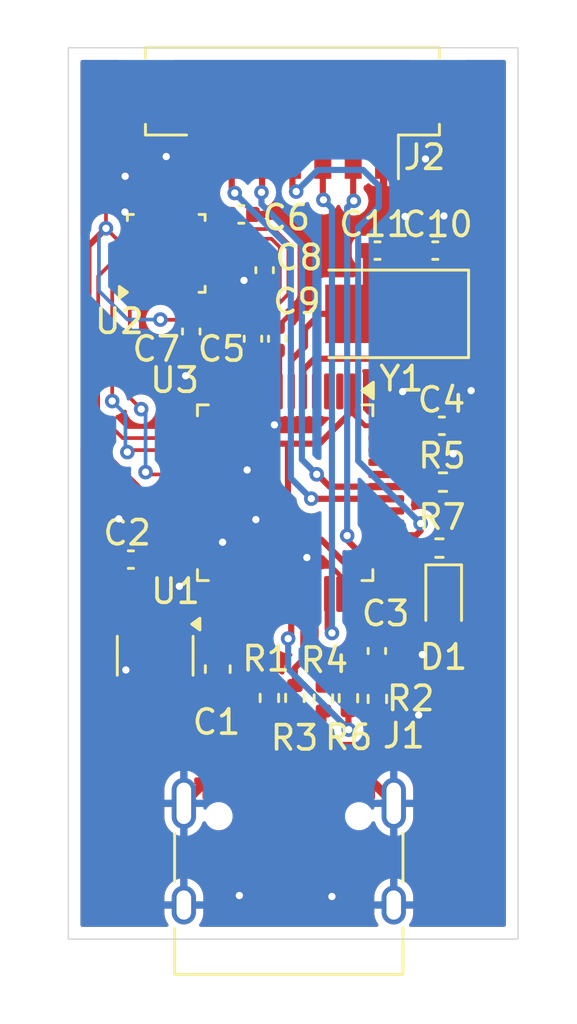
<source format=kicad_pcb>
(kicad_pcb (version 20240108) (generator "pcbnew") (generator_version "8.0")
  (layers (0 "F.Cu" signal) (31 "B.Cu" signal) (34 "B.Paste" user) (35 "F.Paste" user) (36 "B.SilkS" user "B.Silkscreen") (37 "F.SilkS" user "F.Silkscreen") (38 "B.Mask" user) (39 "F.Mask" user) (44 "Edge.Cuts" user))
  (net 0 "")
  (net 1 "+5V")
  (net 2 "GND")
  (net 3 "+3V3")
  (net 4 "Net-(U2-REGOUT)")
  (net 5 "/NRST")
  (net 6 "Net-(U3-PD0)")
  (net 7 "Net-(U3-PD1)")
  (net 8 "Net-(D1-K)")
  (net 10 "Net-(J1-D+-PadA6)")
  (net 12 "Net-(J1-CC1)")
  (net 13 "Net-(J1-D--PadA7)")
  (net 14 "Net-(J1-CC2)")
  (net 15 "/SWDIO")
  (net 16 "/USART1_RX")
  (net 17 "/SWCLK")
  (net 18 "/USART1_TX")
  (net 19 "/SWO")
  (net 20 "/USB_D-")
  (net 21 "/USB_D+")
  (net 22 "Net-(U3-BOOT0)")
  (net 23 "Net-(U3-PA10)")
  (net 24 "Net-(U3-PA15)")
  (net 25 "/MPU_9250_INT")
  (net 26 "/SPI1_MOSI")
  (net 27 "/SPI1_MISO")
  (net 29 "/SPI1_CLK")
  (net 31 "/MPU_9250_FSYNC")
  (net 32 "/SPI1_CS")
  (footprint "Capacitor_SMD:C_0402_1005Metric" (layer "F.Cu") (at 139.37 67.39 180)
    (property "Reference" "C6" (at -1.85 -0.13 180) (layer "F.SilkS"))
    (property "Value" "100nF")
    (pad "1" smd roundrect (at -0.48 0 180) (size 0.56 0.62) (layers "F.Cu" "F.Paste" "F.Mask") (net 2 "GND"))
    (pad "2" smd roundrect (at 0.48 0 180) (size 0.56 0.62) (layers "F.Cu" "F.Paste" "F.Mask") (net 3 "+3V3"))
  )
  (footprint "Crystal:Crystal_SMD_5032-2Pin_5.0x3.2mm" (layer "F.Cu") (at 145.675 71.475 180)
    (property "Reference" "Y1" (at -0.285 -2.665 180) (layer "F.SilkS"))
    (property "Value" "8MHz")
    (pad "1" smd rect (at -1.85 0 180) (size 2 2.4) (layers "F.Cu" "F.Paste" "F.Mask") (net 6 "Net-(U3-PD0)"))
    (pad "2" smd rect (at 1.85 0 180) (size 2 2.4) (layers "F.Cu" "F.Paste" "F.Mask") (net 7 "Net-(U3-PD1)"))
  )
  (footprint "Capacitor_SMD:C_0402_1005Metric" (layer "F.Cu") (at 134.825 81.575 180)
    (property "Reference" "C2" (at 0.155 1.105 180) (layer "F.SilkS"))
    (property "Value" "100nF")
    (pad "1" smd roundrect (at -0.48 0 180) (size 0.56 0.62) (layers "F.Cu" "F.Paste" "F.Mask") (net 3 "+3V3"))
    (pad "2" smd roundrect (at 0.48 0 180) (size 0.56 0.62) (layers "F.Cu" "F.Paste" "F.Mask") (net 2 "GND"))
  )
  (footprint "Sensor_Motion:InvenSense_QFN-24_3x3mm_P0.4mm" (layer "F.Cu") (at 136.28 68.99 90)
    (property "Reference" "U2" (at -2.79 -1.93 0) (layer "F.SilkS"))
    (property "Value" "MPU-9250")
    (pad "1" smd roundrect (at -1.5 -1 90) (size 0.55 0.2) (layers "F.Cu" "F.Paste" "F.Mask") (net 2 "GND"))
    (pad "2" smd roundrect (at -1.5 -0.6 90) (size 0.55 0.2) (layers "F.Cu" "F.Paste" "F.Mask"))
    (pad "3" smd roundrect (at -1.5 -0.2 90) (size 0.55 0.2) (layers "F.Cu" "F.Paste" "F.Mask"))
    (pad "4" smd roundrect (at -1.5 0.2 90) (size 0.55 0.2) (layers "F.Cu" "F.Paste" "F.Mask"))
    (pad "5" smd roundrect (at -1.5 0.6 90) (size 0.55 0.2) (layers "F.Cu" "F.Paste" "F.Mask"))
    (pad "6" smd roundrect (at -1.5 1 90) (size 0.55 0.2) (layers "F.Cu" "F.Paste" "F.Mask"))
    (pad "7" smd roundrect (at -1 1.5 180) (size 0.55 0.2) (layers "F.Cu" "F.Paste" "F.Mask"))
    (pad "8" smd roundrect (at -0.6 1.5 180) (size 0.55 0.2) (layers "F.Cu" "F.Paste" "F.Mask") (net 3 "+3V3"))
    (pad "9" smd roundrect (at -0.2 1.5 180) (size 0.55 0.2) (layers "F.Cu" "F.Paste" "F.Mask") (net 27 "/SPI1_MISO"))
    (pad "10" smd roundrect (at 0.2 1.5 180) (size 0.55 0.2) (layers "F.Cu" "F.Paste" "F.Mask") (net 4 "Net-(U2-REGOUT)"))
    (pad "11" smd roundrect (at 0.6 1.5 180) (size 0.55 0.2) (layers "F.Cu" "F.Paste" "F.Mask") (net 31 "/MPU_9250_FSYNC"))
    (pad "12" smd roundrect (at 1 1.5 180) (size 0.55 0.2) (layers "F.Cu" "F.Paste" "F.Mask") (net 25 "/MPU_9250_INT"))
    (pad "13" smd roundrect (at 1.5 1 90) (size 0.55 0.2) (layers "F.Cu" "F.Paste" "F.Mask") (net 3 "+3V3"))
    (pad "14" smd roundrect (at 1.5 0.6 90) (size 0.55 0.2) (layers "F.Cu" "F.Paste" "F.Mask"))
    (pad "15" smd roundrect (at 1.5 0.2 90) (size 0.55 0.2) (layers "F.Cu" "F.Paste" "F.Mask"))
    (pad "16" smd roundrect (at 1.5 -0.2 90) (size 0.55 0.2) (layers "F.Cu" "F.Paste" "F.Mask"))
    (pad "17" smd roundrect (at 1.5 -0.6 90) (size 0.55 0.2) (layers "F.Cu" "F.Paste" "F.Mask"))
    (pad "18" smd roundrect (at 1.5 -1 90) (size 0.55 0.2) (layers "F.Cu" "F.Paste" "F.Mask") (net 2 "GND"))
    (pad "19" smd roundrect (at 1 -1.5 180) (size 0.55 0.2) (layers "F.Cu" "F.Paste" "F.Mask"))
    (pad "20" smd roundrect (at 0.6 -1.5 180) (size 0.55 0.2) (layers "F.Cu" "F.Paste" "F.Mask") (net 3 "+3V3"))
    (pad "21" smd roundrect (at 0.2 -1.5 180) (size 0.55 0.2) (layers "F.Cu" "F.Paste" "F.Mask"))
    (pad "22" smd roundrect (at -0.2 -1.5 180) (size 0.55 0.2) (layers "F.Cu" "F.Paste" "F.Mask") (net 32 "/SPI1_CS"))
    (pad "23" smd roundrect (at -0.6 -1.5 180) (size 0.55 0.2) (layers "F.Cu" "F.Paste" "F.Mask") (net 29 "/SPI1_CLK"))
    (pad "24" smd roundrect (at -1 -1.5 180) (size 0.55 0.2) (layers "F.Cu" "F.Paste" "F.Mask") (net 26 "/SPI1_MOSI"))
    (zone (net 0) (net_name "") (layer "F.Cu") (connect_pads (clearance 0)) (min_thickness 0.254)
      (keepout (tracks not_allowed) (vias not_allowed) (pads not_allowed) (copperpour not_allowed) (footprints allowed))
      (fill (thermal_gap 0.508) (thermal_bridge_width 0.508))
      (polygon (pts (xy 135.485 69.865) (xy 135.485 68.115) (xy 137.075 68.115) (xy 137.075 69.865)))
    )
  )
  (footprint "Capacitor_SMD:C_0402_1005Metric" (layer "F.Cu") (at 144.975 68.875)
    (property "Reference" "C11" (at -0.125 -1.085 0) (layer "F.SilkS"))
    (property "Value" "22pF")
    (pad "1" smd roundrect (at -0.48 0) (size 0.56 0.62) (layers "F.Cu" "F.Paste" "F.Mask") (net 7 "Net-(U3-PD1)"))
    (pad "2" smd roundrect (at 0.48 0) (size 0.56 0.62) (layers "F.Cu" "F.Paste" "F.Mask") (net 2 "GND"))
  )
  (footprint "Resistor_SMD:R_0402_1005Metric" (layer "F.Cu") (at 141.575 87.26 90)
    (property "Reference" "R3" (at -1.64 -0.015 180) (layer "F.SilkS"))
    (property "Value" "22R")
    (pad "1" smd roundrect (at -0.51 0 90) (size 0.54 0.64) (layers "F.Cu" "F.Paste" "F.Mask") (net 13 "Net-(J1-D--PadA7)"))
    (pad "2" smd roundrect (at 0.51 0 90) (size 0.54 0.64) (layers "F.Cu" "F.Paste" "F.Mask") (net 20 "/USB_D-"))
  )
  (footprint "Capacitor_SMD:C_0402_1005Metric" (layer "F.Cu") (at 147.355 68.875 180)
    (property "Reference" "C10" (at -0.085 1.075 180) (layer "F.SilkS"))
    (property "Value" "22pF")
    (pad "1" smd roundrect (at -0.48 0 180) (size 0.56 0.62) (layers "F.Cu" "F.Paste" "F.Mask") (net 6 "Net-(U3-PD0)"))
    (pad "2" smd roundrect (at 0.48 0 180) (size 0.56 0.62) (layers "F.Cu" "F.Paste" "F.Mask") (net 2 "GND"))
  )
  (footprint "Capacitor_SMD:C_0402_1005Metric" (layer "F.Cu") (at 140.85 72.5 90)
    (property "Reference" "C9" (at 1.53 0.81 0) (layer "F.SilkS"))
    (property "Value" "100nF")
    (pad "1" smd roundrect (at -0.48 0 90) (size 0.56 0.62) (layers "F.Cu" "F.Paste" "F.Mask") (net 5 "/NRST"))
    (pad "2" smd roundrect (at 0.48 0 90) (size 0.56 0.62) (layers "F.Cu" "F.Paste" "F.Mask") (net 2 "GND"))
  )
  (footprint "Resistor_SMD:R_0402_1005Metric" (layer "F.Cu") (at 140.525 87.26 90)
    (property "Reference" "R1" (at 1.61 -0.135 0) (layer "F.SilkS"))
    (property "Value" "5.1K")
    (pad "1" smd roundrect (at -0.51 0 90) (size 0.54 0.64) (layers "F.Cu" "F.Paste" "F.Mask") (net 12 "Net-(J1-CC1)"))
    (pad "2" smd roundrect (at 0.51 0 90) (size 0.54 0.64) (layers "F.Cu" "F.Paste" "F.Mask") (net 2 "GND"))
  )
  (footprint "Package_QFP:LQFP-48_7x7mm_P0.5mm" (layer "F.Cu") (at 141.175 78.825 -90)
    (property "Reference" "U3" (at -4.625 4.55 180) (layer "F.SilkS"))
    (property "Value" "STM32F103CBTx")
    (pad "1" smd roundrect (at -4.1625 -2.75 270) (size 1.475 0.3) (layers "F.Cu" "F.Paste" "F.Mask") (net 3 "+3V3"))
    (pad "2" smd roundrect (at -4.1625 -2.25 270) (size 1.475 0.3) (layers "F.Cu" "F.Paste" "F.Mask"))
    (pad "3" smd roundrect (at -4.1625 -1.75 270) (size 1.475 0.3) (layers "F.Cu" "F.Paste" "F.Mask"))
    (pad "4" smd roundrect (at -4.1625 -1.25 270) (size 1.475 0.3) (layers "F.Cu" "F.Paste" "F.Mask"))
    (pad "5" smd roundrect (at -4.1625 -0.75 270) (size 1.475 0.3) (layers "F.Cu" "F.Paste" "F.Mask") (net 6 "Net-(U3-PD0)"))
    (pad "6" smd roundrect (at -4.1625 -0.25 270) (size 1.475 0.3) (layers "F.Cu" "F.Paste" "F.Mask") (net 7 "Net-(U3-PD1)"))
    (pad "7" smd roundrect (at -4.1625 0.25 270) (size 1.475 0.3) (layers "F.Cu" "F.Paste" "F.Mask") (net 5 "/NRST"))
    (pad "8" smd roundrect (at -4.1625 0.75 270) (size 1.475 0.3) (layers "F.Cu" "F.Paste" "F.Mask") (net 2 "GND"))
    (pad "9" smd roundrect (at -4.1625 1.25 270) (size 1.475 0.3) (layers "F.Cu" "F.Paste" "F.Mask") (net 3 "+3V3"))
    (pad "10" smd roundrect (at -4.1625 1.75 270) (size 1.475 0.3) (layers "F.Cu" "F.Paste" "F.Mask") (net 25 "/MPU_9250_INT"))
    (pad "11" smd roundrect (at -4.1625 2.25 270) (size 1.475 0.3) (layers "F.Cu" "F.Paste" "F.Mask") (net 31 "/MPU_9250_FSYNC"))
    (pad "12" smd roundrect (at -4.1625 2.75 270) (size 1.475 0.3) (layers "F.Cu" "F.Paste" "F.Mask"))
    (pad "13" smd roundrect (at -2.75 4.1625 270) (size 0.3 1.475) (layers "F.Cu" "F.Paste" "F.Mask"))
    (pad "14" smd roundrect (at -2.25 4.1625 270) (size 0.3 1.475) (layers "F.Cu" "F.Paste" "F.Mask") (net 32 "/SPI1_CS"))
    (pad "15" smd roundrect (at -1.75 4.1625 270) (size 0.3 1.475) (layers "F.Cu" "F.Paste" "F.Mask") (net 29 "/SPI1_CLK"))
    (pad "16" smd roundrect (at -1.25 4.1625 270) (size 0.3 1.475) (layers "F.Cu" "F.Paste" "F.Mask") (net 27 "/SPI1_MISO"))
    (pad "17" smd roundrect (at -0.75 4.1625 270) (size 0.3 1.475) (layers "F.Cu" "F.Paste" "F.Mask") (net 26 "/SPI1_MOSI"))
    (pad "18" smd roundrect (at -0.25 4.1625 270) (size 0.3 1.475) (layers "F.Cu" "F.Paste" "F.Mask"))
    (pad "19" smd roundrect (at 0.25 4.1625 270) (size 0.3 1.475) (layers "F.Cu" "F.Paste" "F.Mask"))
    (pad "20" smd roundrect (at 0.75 4.1625 270) (size 0.3 1.475) (layers "F.Cu" "F.Paste" "F.Mask"))
    (pad "21" smd roundrect (at 1.25 4.1625 270) (size 0.3 1.475) (layers "F.Cu" "F.Paste" "F.Mask"))
    (pad "22" smd roundrect (at 1.75 4.1625 270) (size 0.3 1.475) (layers "F.Cu" "F.Paste" "F.Mask"))
    (pad "23" smd roundrect (at 2.25 4.1625 270) (size 0.3 1.475) (layers "F.Cu" "F.Paste" "F.Mask") (net 2 "GND"))
    (pad "24" smd roundrect (at 2.75 4.1625 270) (size 0.3 1.475) (layers "F.Cu" "F.Paste" "F.Mask") (net 3 "+3V3"))
    (pad "25" smd roundrect (at 4.1625 2.75 270) (size 1.475 0.3) (layers "F.Cu" "F.Paste" "F.Mask"))
    (pad "26" smd roundrect (at 4.1625 2.25 270) (size 1.475 0.3) (layers "F.Cu" "F.Paste" "F.Mask"))
    (pad "27" smd roundrect (at 4.1625 1.75 270) (size 1.475 0.3) (layers "F.Cu" "F.Paste" "F.Mask"))
    (pad "28" smd roundrect (at 4.1625 1.25 270) (size 1.475 0.3) (layers "F.Cu" "F.Paste" "F.Mask"))
    (pad "29" smd roundrect (at 4.1625 0.75 270) (size 1.475 0.3) (layers "F.Cu" "F.Paste" "F.Mask"))
    (pad "30" smd roundrect (at 4.1625 0.25 270) (size 1.475 0.3) (layers "F.Cu" "F.Paste" "F.Mask"))
    (pad "31" smd roundrect (at 4.1625 -0.25 270) (size 1.475 0.3) (layers "F.Cu" "F.Paste" "F.Mask") (net 23 "Net-(U3-PA10)"))
    (pad "32" smd roundrect (at 4.1625 -0.75 270) (size 1.475 0.3) (layers "F.Cu" "F.Paste" "F.Mask") (net 20 "/USB_D-"))
    (pad "33" smd roundrect (at 4.1625 -1.25 270) (size 1.475 0.3) (layers "F.Cu" "F.Paste" "F.Mask") (net 21 "/USB_D+"))
    (pad "34" smd roundrect (at 4.1625 -1.75 270) (size 1.475 0.3) (layers "F.Cu" "F.Paste" "F.Mask") (net 15 "/SWDIO"))
    (pad "35" smd roundrect (at 4.1625 -2.25 270) (size 1.475 0.3) (layers "F.Cu" "F.Paste" "F.Mask") (net 2 "GND"))
    (pad "36" smd roundrect (at 4.1625 -2.75 270) (size 1.475 0.3) (layers "F.Cu" "F.Paste" "F.Mask") (net 3 "+3V3"))
    (pad "37" smd roundrect (at 2.75 -4.1625 270) (size 0.3 1.475) (layers "F.Cu" "F.Paste" "F.Mask") (net 17 "/SWCLK"))
    (pad "38" smd roundrect (at 2.25 -4.1625 270) (size 0.3 1.475) (layers "F.Cu" "F.Paste" "F.Mask") (net 24 "Net-(U3-PA15)"))
    (pad "39" smd roundrect (at 1.75 -4.1625 270) (size 0.3 1.475) (layers "F.Cu" "F.Paste" "F.Mask") (net 19 "/SWO"))
    (pad "40" smd roundrect (at 1.25 -4.1625 270) (size 0.3 1.475) (layers "F.Cu" "F.Paste" "F.Mask"))
    (pad "41" smd roundrect (at 0.75 -4.1625 270) (size 0.3 1.475) (layers "F.Cu" "F.Paste" "F.Mask"))
    (pad "42" smd roundrect (at 0.25 -4.1625 270) (size 0.3 1.475) (layers "F.Cu" "F.Paste" "F.Mask") (net 18 "/USART1_TX"))
    (pad "43" smd roundrect (at -0.25 -4.1625 270) (size 0.3 1.475) (layers "F.Cu" "F.Paste" "F.Mask") (net 16 "/USART1_RX"))
    (pad "44" smd roundrect (at -0.75 -4.1625 270) (size 0.3 1.475) (layers "F.Cu" "F.Paste" "F.Mask") (net 22 "Net-(U3-BOOT0)"))
    (pad "45" smd roundrect (at -1.25 -4.1625 270) (size 0.3 1.475) (layers "F.Cu" "F.Paste" "F.Mask"))
    (pad "46" smd roundrect (at -1.75 -4.1625 270) (size 0.3 1.475) (layers "F.Cu" "F.Paste" "F.Mask"))
    (pad "47" smd roundrect (at -2.25 -4.1625 270) (size 0.3 1.475) (layers "F.Cu" "F.Paste" "F.Mask") (net 2 "GND"))
    (pad "48" smd roundrect (at -2.75 -4.1625 270) (size 0.3 1.475) (layers "F.Cu" "F.Paste" "F.Mask") (net 3 "+3V3"))
  )
  (footprint "Resistor_SMD:R_0402_1005Metric" (layer "F.Cu") (at 147.525 81.1 180)
    (property "Reference" "R7" (at -0.105 1.27 0) (layer "F.SilkS"))
    (property "Value" "1K5")
    (pad "1" smd roundrect (at -0.51 0 180) (size 0.54 0.64) (layers "F.Cu" "F.Paste" "F.Mask") (net 8 "Net-(D1-K)"))
    (pad "2" smd roundrect (at 0.51 0 180) (size 0.54 0.64) (layers "F.Cu" "F.Paste" "F.Mask") (net 24 "Net-(U3-PA15)"))
  )
  (footprint "Resistor_SMD:R_0402_1005Metric" (layer "F.Cu") (at 147.67 78.39)
    (property "Reference" "R5" (at -0.04 -1.08 0) (layer "F.SilkS"))
    (property "Value" "1K5")
    (pad "1" smd roundrect (at -0.51 0) (size 0.54 0.64) (layers "F.Cu" "F.Paste" "F.Mask") (net 22 "Net-(U3-BOOT0)"))
    (pad "2" smd roundrect (at 0.51 0) (size 0.54 0.64) (layers "F.Cu" "F.Paste" "F.Mask") (net 2 "GND"))
  )
  (footprint "Resistor_SMD:R_0402_1005Metric" (layer "F.Cu") (at 144.97 87.3 90)
    (property "Reference" "R2" (at 0.02 1.37 0) (layer "F.SilkS"))
    (property "Value" "5.1K")
    (pad "1" smd roundrect (at -0.51 0 90) (size 0.54 0.64) (layers "F.Cu" "F.Paste" "F.Mask") (net 14 "Net-(J1-CC2)"))
    (pad "2" smd roundrect (at 0.51 0 90) (size 0.54 0.64) (layers "F.Cu" "F.Paste" "F.Mask") (net 2 "GND"))
  )
  (footprint "Resistor_SMD:R_0402_1005Metric" (layer "F.Cu") (at 143.78 87.27 -90)
    (property "Reference" "R6" (at 1.61 -0.01 0) (layer "F.SilkS"))
    (property "Value" "1K5")
    (pad "1" smd roundrect (at -0.51 0 270) (size 0.54 0.64) (layers "F.Cu" "F.Paste" "F.Mask") (net 21 "/USB_D+"))
    (pad "2" smd roundrect (at 0.51 0 270) (size 0.54 0.64) (layers "F.Cu" "F.Paste" "F.Mask") (net 23 "Net-(U3-PA10)"))
  )
  (footprint "LED_SMD:LED_0603_1608Metric" (layer "F.Cu") (at 147.7 83.275 -90)
    (property "Reference" "D1" (at 2.305 0.01 180) (layer "F.SilkS"))
    (property "Value" "LED")
    (pad "1" smd roundrect (at -0.7875 0 270) (size 0.875 0.95) (layers "F.Cu" "F.Paste" "F.Mask") (net 8 "Net-(D1-K)"))
    (pad "2" smd roundrect (at 0.7875 0 270) (size 0.875 0.95) (layers "F.Cu" "F.Paste" "F.Mask") (net 3 "+3V3"))
  )
  (footprint "Resistor_SMD:R_0402_1005Metric" (layer "F.Cu") (at 142.75 87.285 90)
    (property "Reference" "R4" (at 1.575 0.04 0) (layer "F.SilkS"))
    (property "Value" "22R")
    (pad "1" smd roundrect (at -0.51 0 90) (size 0.54 0.64) (layers "F.Cu" "F.Paste" "F.Mask") (net 10 "Net-(J1-D+-PadA6)"))
    (pad "2" smd roundrect (at 0.51 0 90) (size 0.54 0.64) (layers "F.Cu" "F.Paste" "F.Mask") (net 21 "/USB_D+"))
  )
  (footprint "Capacitor_SMD:C_0402_1005Metric" (layer "F.Cu") (at 147.625 76.075)
    (property "Reference" "C4" (at -0.015 -1.065 0) (layer "F.SilkS"))
    (property "Value" "100nF")
    (pad "1" smd roundrect (at -0.48 0) (size 0.56 0.62) (layers "F.Cu" "F.Paste" "F.Mask") (net 3 "+3V3"))
    (pad "2" smd roundrect (at 0.48 0) (size 0.56 0.62) (layers "F.Cu" "F.Paste" "F.Mask") (net 2 "GND"))
  )
  (footprint "Capacitor_SMD:C_0603_1608Metric" (layer "F.Cu") (at 138.4 86.075 90)
    (property "Reference" "C1" (at -2.175 -0.05 180) (layer "F.SilkS"))
    (property "Value" "10uF")
    (pad "1" smd roundrect (at -0.775 0 90) (size 0.9 0.95) (layers "F.Cu" "F.Paste" "F.Mask") (net 1 "+5V"))
    (pad "2" smd roundrect (at 0.775 0 90) (size 0.9 0.95) (layers "F.Cu" "F.Paste" "F.Mask") (net 2 "GND"))
  )
  (footprint "Capacitor_SMD:C_0402_1005Metric" (layer "F.Cu") (at 144.95 85.33 -90)
    (property "Reference" "C3" (at -1.54 -0.36 180) (layer "F.SilkS"))
    (property "Value" "100nF")
    (pad "1" smd roundrect (at -0.48 0 270) (size 0.56 0.62) (layers "F.Cu" "F.Paste" "F.Mask") (net 3 "+3V3"))
    (pad "2" smd roundrect (at 0.48 0 270) (size 0.56 0.62) (layers "F.Cu" "F.Paste" "F.Mask") (net 2 "GND"))
  )
  (footprint "Capacitor_SMD:C_0402_1005Metric" (layer "F.Cu") (at 137.31 72.2 90)
    (property "Reference" "C7" (at -0.72 -1.44 0) (layer "F.SilkS"))
    (property "Value" "10nF")
    (pad "1" smd roundrect (at -0.48 0 90) (size 0.56 0.62) (layers "F.Cu" "F.Paste" "F.Mask") (net 2 "GND"))
    (pad "2" smd roundrect (at 0.48 0 90) (size 0.56 0.62) (layers "F.Cu" "F.Paste" "F.Mask") (net 3 "+3V3"))
  )
  (footprint "Capacitor_SMD:C_0402_1005Metric" (layer "F.Cu") (at 140.33 69.68 -90)
    (property "Reference" "C8" (at -0.52 -1.41 180) (layer "F.SilkS"))
    (property "Value" "100nF")
    (pad "1" smd roundrect (at -0.48 0 270) (size 0.56 0.62) (layers "F.Cu" "F.Paste" "F.Mask") (net 4 "Net-(U2-REGOUT)"))
    (pad "2" smd roundrect (at 0.48 0 270) (size 0.56 0.62) (layers "F.Cu" "F.Paste" "F.Mask") (net 2 "GND"))
  )
  (footprint "Capacitor_SMD:C_0402_1005Metric" (layer "F.Cu") (at 139.85 72.5 90)
    (property "Reference" "C5" (at -0.42 -1.29 0) (layer "F.SilkS"))
    (property "Value" "100nF")
    (pad "1" smd roundrect (at -0.48 0 90) (size 0.56 0.62) (layers "F.Cu" "F.Paste" "F.Mask") (net 3 "+3V3"))
    (pad "2" smd roundrect (at 0.48 0 90) (size 0.56 0.62) (layers "F.Cu" "F.Paste" "F.Mask") (net 2 "GND"))
  )
  (footprint "Connector_USB:USB_C_Receptacle_HRO_TYPE-C-31-M-12" (layer "F.Cu") (at 141.325 94.72)
    (property "Reference" "J1" (at 4.735 -5.91 0) (layer "F.SilkS"))
    (property "Value" "USB_C_Receptacle_USB2.0_16P")
    (pad "" np_thru_hole circle (at -2.89 -2.6) (size 0.65 0.65) (drill 0.65) (layers "*.Cu" "*.Mask"))
    (pad "" np_thru_hole circle (at 2.89 -2.6) (size 0.65 0.65) (drill 0.65) (layers "*.Cu" "*.Mask"))
    (pad "A1" smd rect (at -3.25 -4.045) (size 0.6 1.45) (layers "F.Cu" "F.Paste" "F.Mask") (net 2 "GND"))
    (pad "A4" smd rect (at -2.45 -4.045) (size 0.6 1.45) (layers "F.Cu" "F.Paste" "F.Mask") (net 1 "+5V"))
    (pad "A5" smd rect (at -1.25 -4.045) (size 0.3 1.45) (layers "F.Cu" "F.Paste" "F.Mask") (net 12 "Net-(J1-CC1)"))
    (pad "A6" smd rect (at -0.25 -4.045) (size 0.3 1.45) (layers "F.Cu" "F.Paste" "F.Mask") (net 10 "Net-(J1-D+-PadA6)"))
    (pad "A7" smd rect (at 0.25 -4.045) (size 0.3 1.45) (layers "F.Cu" "F.Paste" "F.Mask") (net 13 "Net-(J1-D--PadA7)"))
    (pad "A8" smd rect (at 1.25 -4.045) (size 0.3 1.45) (layers "F.Cu" "F.Paste" "F.Mask"))
    (pad "A9" smd rect (at 2.45 -4.045) (size 0.6 1.45) (layers "F.Cu" "F.Paste" "F.Mask") (net 1 "+5V"))
    (pad "A12" smd rect (at 3.25 -4.045) (size 0.6 1.45) (layers "F.Cu" "F.Paste" "F.Mask") (net 2 "GND"))
    (pad "B1" smd rect (at 3.25 -4.045) (size 0.6 1.45) (layers "F.Cu" "F.Paste" "F.Mask") (net 2 "GND"))
    (pad "B4" smd rect (at 2.45 -4.045) (size 0.6 1.45) (layers "F.Cu" "F.Paste" "F.Mask") (net 1 "+5V"))
    (pad "B5" smd rect (at 1.75 -4.045) (size 0.3 1.45) (layers "F.Cu" "F.Paste" "F.Mask") (net 14 "Net-(J1-CC2)"))
    (pad "B6" smd rect (at 0.75 -4.045) (size 0.3 1.45) (layers "F.Cu" "F.Paste" "F.Mask") (net 10 "Net-(J1-D+-PadA6)"))
    (pad "B7" smd rect (at -0.75 -4.045) (size 0.3 1.45) (layers "F.Cu" "F.Paste" "F.Mask") (net 13 "Net-(J1-D--PadA7)"))
    (pad "B8" smd rect (at -1.75 -4.045) (size 0.3 1.45) (layers "F.Cu" "F.Paste" "F.Mask"))
    (pad "B9" smd rect (at -2.45 -4.045) (size 0.6 1.45) (layers "F.Cu" "F.Paste" "F.Mask") (net 1 "+5V"))
    (pad "B12" smd rect (at -3.25 -4.045) (size 0.6 1.45) (layers "F.Cu" "F.Paste" "F.Mask") (net 2 "GND"))
    (pad "S1" thru_hole oval (at -4.32 -3.13) (size 1 2.1) (drill oval 0.6 1.7) (layers "*.Cu" "*.Mask") (net 2 "GND"))
    (pad "S1" thru_hole oval (at -4.32 1.05) (size 1 1.6) (drill oval 0.6 1.2) (layers "*.Cu" "*.Mask") (net 2 "GND"))
    (pad "S1" thru_hole oval (at 4.32 -3.13) (size 1 2.1) (drill oval 0.6 1.7) (layers "*.Cu" "*.Mask") (net 2 "GND"))
    (pad "S1" thru_hole oval (at 4.32 1.05) (size 1 1.6) (drill oval 0.6 1.2) (layers "*.Cu" "*.Mask") (net 2 "GND"))
  )
  (footprint "Connector_Hirose:Hirose_DF13C_CL535-0407-6-51_1x07-1MP_P1.25mm_Vertical" (layer "F.Cu") (at 141.475 63.575 180)
    (property "Reference" "J2" (at -5.435 -1.465 180) (layer "F.SilkS"))
    (property "Value" "Conn_01x07_Pin")
    (pad "1" smd rect (at -3.75 -1.45 180) (size 0.7 1.8) (layers "F.Cu" "F.Paste" "F.Mask") (net 2 "GND"))
    (pad "2" smd rect (at -2.5 -1.45 180) (size 0.7 1.8) (layers "F.Cu" "F.Paste" "F.Mask") (net 17 "/SWCLK"))
    (pad "3" smd rect (at -1.25 -1.45 180) (size 0.7 1.8) (layers "F.Cu" "F.Paste" "F.Mask") (net 15 "/SWDIO"))
    (pad "4" smd rect (at 0 -1.45 180) (size 0.7 1.8) (layers "F.Cu" "F.Paste" "F.Mask") (net 19 "/SWO"))
    (pad "5" smd rect (at 1.25 -1.45 180) (size 0.7 1.8) (layers "F.Cu" "F.Paste" "F.Mask") (net 16 "/USART1_RX"))
    (pad "6" smd rect (at 2.5 -1.45 180) (size 0.7 1.8) (layers "F.Cu" "F.Paste" "F.Mask") (net 18 "/USART1_TX"))
    (pad "7" smd rect (at 3.75 -1.45 180) (size 0.7 1.8) (layers "F.Cu" "F.Paste" "F.Mask") (net 3 "+3V3"))
    (pad "MP" smd rect (at -6 1.25 180) (size 1.6 2.2) (layers "F.Cu" "F.Paste" "F.Mask") (net 2 "GND"))
    (pad "MP" smd rect (at 6 1.25 180) (size 1.6 2.2) (layers "F.Cu" "F.Paste" "F.Mask") (net 2 "GND"))
  )
  (footprint "Package_TO_SOT_SMD:SOT-23-3" (layer "F.Cu") (at 135.825 85.525 -90)
    (property "Reference" "U1" (at -2.65 -0.8375 0) (layer "F.SilkS"))
    (property "Value" "XC6206PxxxMR")
    (pad "1" smd roundrect (at -1.1375 -0.95 270) (size 1.325 0.6) (layers "F.Cu" "F.Paste" "F.Mask") (net 2 "GND"))
    (pad "2" smd roundrect (at -1.1375 0.95 270) (size 1.325 0.6) (layers "F.Cu" "F.Paste" "F.Mask") (net 3 "+3V3"))
    (pad "3" smd roundrect (at 1.1375 0 270) (size 1.325 0.6) (layers "F.Cu" "F.Paste" "F.Mask") (net 1 "+5V"))
  )
  (gr_line (start 132.25 60.54) (end 150.76 60.54) (stroke (width 0.05)) (layer "Edge.Cuts"))
  (gr_line (start 150.76 97.17) (end 132.25 97.17) (stroke (width 0.05)) (layer "Edge.Cuts"))
  (gr_line (start 132.25 60.54) (end 132.25 97.17) (stroke (width 0.05)) (layer "Edge.Cuts"))
  (gr_line (start 150.76 60.54) (end 150.76 97.17) (stroke (width 0.05)) (layer "Edge.Cuts"))
  (segment (start 143.775 91.504) (end 142.889 92.39) (width 0.254) (layer "F.Cu") (net 1))
  (segment (start 138.875 89.035) (end 138.4 88.56) (width 0.381) (layer "F.Cu") (net 1))
  (segment (start 136.5825 86.6625) (end 136.77 86.85) (width 0.381) (layer "F.Cu") (net 1))
  (segment (start 138.4 88.56) (end 138.4 86.85) (width 0.381) (layer "F.Cu") (net 1))
  (segment (start 136.77 86.85) (end 138.4 86.85) (width 0.381) (layer "F.Cu") (net 1))
  (segment (start 139.697778 92.39) (end 138.875 91.567222) (width 0.254) (layer "F.Cu") (net 1))
  (segment (start 135.825 86.6625) (end 136.5825 86.6625) (width 0.381) (layer "F.Cu") (net 1))
  (segment (start 143.775 90.675) (end 143.775 91.504) (width 0.254) (layer "F.Cu") (net 1))
  (segment (start 138.875 90.675) (end 138.875 89.035) (width 0.381) (layer "F.Cu") (net 1))
  (segment (start 138.875 91.567222) (end 138.875 90.675) (width 0.254) (layer "F.Cu") (net 1))
  (segment (start 142.889 92.39) (end 139.697778 92.39) (width 0.254) (layer "F.Cu") (net 1))
  (segment (start 142.69741 81.49) (end 142.07 81.49) (width 0.2) (layer "F.Cu") (net 2))
  (segment (start 138.075 90.675) (end 137.92 90.675) (width 0.381) (layer "F.Cu") (net 2))
  (segment (start 135.28 67.49) (end 134.78 67.49) (width 0.1524) (layer "F.Cu") (net 2))
  (segment (start 140.33 70.16) (end 139.54 70.16) (width 0.381) (layer "F.Cu") (net 2))
  (segment (start 144.92 67.94) (end 145.455 68.475) (width 0.2) (layer "F.Cu") (net 2))
  (segment (start 143.24 67.94) (end 144.92 67.94) (width 0.2) (layer "F.Cu") (net 2))
  (segment (start 135.28 70.49) (end 135.28 71.27) (width 0.2) (layer "F.Cu") (net 2))
  (segment (start 138.385 81.075) (end 138.6 80.86) (width 0.2) (layer "F.Cu") (net 2))
  (segment (start 140.425 75.728288) (end 140.733356 76.036644) (width 0.2) (layer "F.Cu") (net 2))
  (segment (start 139.54 70.16) (end 139.48 70.1) (width 0.381) (layer "F.Cu") (net 2))
  (segment (start 144.575 90.055) (end 146.67 87.96) (width 0.381) (layer "F.Cu") (net 2))
  (segment (start 144.73 90.675) (end 145.645 91.59) (width 0.381) (layer "F.Cu") (net 2))
  (segment (start 134.78 67.49) (end 134.58 67.29) (width 0.1524) (layer "F.Cu") (net 2))
  (segment (start 137.92 90.675) (end 137.005 91.59) (width 0.381) (layer "F.Cu") (net 2))
  (segment (start 143.425 82.9875) (end 143.425 82.21759) (width 0.2) (layer "F.Cu") (net 2))
  (segment (start 145.455 68.475) (end 145.455 68.875) (width 0.2) (layer "F.Cu") (net 2))
  (segment (start 146.455 76.575) (end 147.11 77.23) (width 0.2) (layer "F.Cu") (net 2))
  (segment (start 147.11 77.23) (end 148.09 77.23) (width 0.2) (layer "F.Cu") (net 2))
  (segment (start 142.26 68.92) (end 143.24 67.94) (width 0.2) (layer "F.Cu") (net 2))
  (segment (start 142.26 70.61) (end 142.26 68.92) (width 0.2) (layer "F.Cu") (net 2))
  (segment (start 139.85 72.02) (end 140.85 72.02) (width 0.381) (layer "F.Cu") (net 2))
  (segment (start 140.425 74.6625) (end 140.425 75.728288) (width 0.2) (layer "F.Cu") (net 2))
  (segment (start 144.575 90.675) (end 144.575 90.055) (width 0.381) (layer "F.Cu") (net 2))
  (segment (start 140.85 72.02) (end 142.26 70.61) (width 0.2) (layer "F.Cu") (net 2))
  (segment (start 143.425 82.21759) (end 142.69741 81.49) (width 0.2) (layer "F.Cu") (net 2))
  (segment (start 144.575 90.675) (end 144.73 90.675) (width 0.381) (layer "F.Cu") (net 2))
  (segment (start 145.3375 76.575) (end 146.455 76.575) (width 0.2) (layer "F.Cu") (net 2))
  (segment (start 137.0125 81.075) (end 138.385 81.075) (width 0.2) (layer "F.Cu") (net 2))
  (via (at 134.62 86.11) (size 0.6) (drill 0.3) (layers "F.Cu" "B.Cu") (net 2))
  (via (at 139.29 95.38) (size 0.6) (drill 0.3) (layers "F.Cu" "B.Cu") (net 2))
  (via (at 143.1 95.42) (size 0.6) (drill 0.3) (layers "F.Cu" "B.Cu") (net 2))
  (via (at 140.733356 76.036644) (size 0.6) (drill 0.3) (layers "F.Cu" "B.Cu") (net 2))
  (via (at 134.59 65.82) (size 0.6) (drill 0.3) (layers "F.Cu" "B.Cu") (net 2))
  (via (at 146.82 85.48) (size 0.6) (drill 0.3) (layers "F.Cu" "B.Cu") (net 2))
  (via (at 146.11 67.47) (size 0.6) (drill 0.3) (layers "F.Cu" "B.Cu") (net 2))
  (via (at 134.33 79.9) (size 0.6) (drill 0.3) (layers "F.Cu" "B.Cu") (net 2))
  (via (at 148.09 77.23) (size 0.6) (drill 0.3) (layers "F.Cu" "B.Cu") (net 2))
  (via (at 134.58 67.29) (size 0.6) (drill 0.3) (layers "F.Cu" "B.Cu") (net 2))
  (via (at 146.95 65.11) (size 0.6) (drill 0.3) (layers "F.Cu" "B.Cu") (net 2))
  (via (at 137.08 74.02) (size 0.6) (drill 0.3) (layers "F.Cu" "B.Cu") (net 2))
  (via (at 147.71 67.45) (size 0.6) (drill 0.3) (layers "F.Cu" "B.Cu") (net 2))
  (via (at 146.67 87.96) (size 0.6) (drill 0.3) (layers "F.Cu" "B.Cu") (net 2))
  (via (at 139.97 79.93) (size 0.6) (drill 0.3) (layers "F.Cu" "B.Cu") (net 2))
  (via (at 139.48 70.1) (size 0.6) (drill 0.3) (layers "F.Cu" "B.Cu") (net 2))
  (via (at 142.07 81.49) (size 0.6) (drill 0.3) (layers "F.Cu" "B.Cu") (net 2))
  (via (at 136.28 65.01) (size 0.6) (drill 0.3) (layers "F.Cu" "B.Cu") (net 2))
  (via (at 136.82 82.67) (size 0.6) (drill 0.3) (layers "F.Cu" "B.Cu") (net 2))
  (via (at 138.6 80.86) (size 0.6) (drill 0.3) (layers "F.Cu" "B.Cu") (net 2))
  (via (at 148.83 74.63) (size 0.6) (drill 0.3) (layers "F.Cu" "B.Cu") (net 2))
  (via (at 146.01 74.67) (size 0.6) (drill 0.3) (layers "F.Cu" "B.Cu") (net 2))
  (via (at 139.61 77.89) (size 0.6) (drill 0.3) (layers "F.Cu" "B.Cu") (net 2))
  (segment (start 141.29 76.81) (end 142.585592 76.81) (width 0.254) (layer "F.Cu") (net 3))
  (segment (start 140.48 80.76) (end 141.31 80.76) (width 0.254) (layer "F.Cu") (net 3))
  (segment (start 146.1975 84.0625) (end 145.41 84.85) (width 0.381) (layer "F.Cu") (net 3))
  (segment (start 137.94 67.11) (end 137.725 66.895) (width 0.1524) (layer "F.Cu") (net 3))
  (segment (start 133.8 66.91) (end 134.08 66.63) (width 0.1524) (layer "F.Cu") (net 3))
  (segment (start 136.05 71.72) (end 136.04 71.71) (width 0.1524) (layer "F.Cu") (net 3))
  (segment (start 141.31 80.76) (end 141.29 80.74) (width 0.254) (layer "F.Cu") (net 3))
  (segment (start 134.875 83.115) (end 135.305 82.685) (width 0.381) (layer "F.Cu") (net 3))
  (segment (start 137.28 67.11) (end 137.28 67.49) (width 0.1524) (layer "F.Cu") (net 3))
  (segment (start 133.0768 68.6832) (end 133.8 67.96) (width 0.254) (layer "F.Cu") (net 3))
  (segment (start 145.3375 76.075) (end 144.465 76.075) (width 0.2) (layer "F.Cu") (net 3))
  (segment (start 139.665 81.575) (end 140.48 80.76) (width 0.254) (layer "F.Cu") (net 3))
  (segment (start 143.925 84.035) (end 144.74 84.85) (width 0.254) (layer "F.Cu") (net 3))
  (segment (start 133.0768 76.5468) (end 133.0768 68.6832) (width 0.254) (layer "F.Cu") (net 3))
  (segment (start 143.925 82.015) (end 143.925 82.9875) (width 0.254) (layer "F.Cu") (net 3))
  (segment (start 145.3375 76.075) (end 147.145 76.075) (width 0.2) (layer "F.Cu") (net 3))
  (segment (start 134.875 84.3875) (end 134.875 83.115) (width 0.381) (layer "F.Cu") (net 3))
  (segment (start 141.29 80.74) (end 141.29 76.81) (width 0.254) (layer "F.Cu") (net 3))
  (segment (start 138.117704 69.59) (end 137.78 69.59) (width 0.1524) (layer "F.Cu") (net 3))
  (segment (start 138.4 69.872296) (end 138.117704 69.59) (width 0.1524) (layer "F.Cu") (net 3))
  (segment (start 143.925 75.535) (end 143.925 74.6625) (width 0.2) (layer "F.Cu") (net 3))
  (segment (start 140.62 76.81) (end 141.29 76.81) (width 0.254) (layer "F.Cu") (net 3))
  (segment (start 137.31 71.72) (end 137.74 71.72) (width 0.1524) (layer "F.Cu") (net 3))
  (segment (start 143.925 82.9875) (end 143.925 84.035) (width 0.254) (layer "F.Cu") (net 3))
  (segment (start 134.08 66.63) (end 136.8 66.63) (width 0.1524) (layer "F.Cu") (net 3))
  (segment (start 137.28 67.49) (end 137.94 67.49) (width 0.1524) (layer "F.Cu") (net 3))
  (segment (start 145.41 84.85) (end 144.95 84.85) (width 0.381) (layer "F.Cu") (net 3))
  (segment (start 139.925 74.6625) (end 139.925 73.055) (width 0.254) (layer "F.Cu") (net 3))
  (segment (start 143.91 83.0025) (end 143.925 82.9875) (width 0.254) (layer "F.Cu") (net 3))
  (segment (start 133.8 67.96) (end 133.8 66.91) (width 0.1524) (layer "F.Cu") (net 3))
  (segment (start 141.31 80.76) (end 142.67 80.76) (width 0.254) (layer "F.Cu") (net 3))
  (segment (start 137.0125 81.575) (end 135.305 81.575) (width 0.254) (layer "F.Cu") (net 3))
  (segment (start 137.725 66.895) (end 137.725 65.025) (width 0.1524) (layer "F.Cu") (net 3))
  (segment (start 135.305 82.685) (end 135.305 81.575) (width 0.381) (layer "F.Cu") (net 3))
  (segment (start 138.04 67.39) (end 138.89 67.39) (width 0.1524) (layer "F.Cu") (net 3))
  (segment (start 134.23 68.39) (end 133.8 67.96) (width 0.1524) (layer "F.Cu") (net 3))
  (segment (start 138.4 71.06) (end 138.4 69.872296) (width 0.1524) (layer "F.Cu") (net 3))
  (segment (start 134.78 68.39) (end 134.23 68.39) (width 0.1524) (layer "F.Cu") (net 3))
  (segment (start 137.74 71.72) (end 138.4 71.06) (width 0.1524) (layer "F.Cu") (net 3))
  (segment (start 137.31 71.72) (end 136.05 71.72) (width 0.1524) (layer "F.Cu") (net 3))
  (segment (start 142.67 80.76) (end 143.925 82.015) (width 0.254) (layer "F.Cu") (net 3))
  (segment (start 135.305 78.775) (end 133.0768 76.5468) (width 0.254) (layer "F.Cu") (net 3))
  (segment (start 135.305 81.575) (end 135.305 78.775) (width 0.254) (layer "F.Cu") (net 3))
  (segment (start 136.8 66.63) (end 137.28 67.11) (width 0.1524) (layer "F.Cu") (net 3))
  (segment (start 143.925 75.470592) (end 143.925 74.6625) (width 0.254) (layer "F.Cu") (net 3))
  (segment (start 139.925 73.055) (end 139.85 72.98) (width 0.254) (layer "F.Cu") (net 3))
  (segment (start 139.925 76.115) (end 140.62 76.81) (width 0.254) (layer "F.Cu") (net 3))
  (segment (start 137.0125 81.575) (end 139.665 81.575) (width 0.254) (layer "F.Cu") (net 3))
  (segment (start 139.925 74.6625) (end 139.925 76.115) (width 0.254) (layer "F.Cu") (net 3))
  (segment (start 137.94 67.49) (end 137.94 67.11) (width 0.1524) (layer "F.Cu") (net 3))
  (segment (start 142.585592 76.81) (end 143.925 75.470592) (width 0.254) (layer "F.Cu") (net 3))
  (segment (start 147.7 84.0625) (end 146.1975 84.0625) (width 0.381) (layer "F.Cu") (net 3))
  (segment (start 144.465 76.075) (end 143.925 75.535) (width 0.2) (layer "F.Cu") (net 3))
  (segment (start 144.74 84.85) (end 144.95 84.85) (width 0.254) (layer "F.Cu") (net 3))
  (segment (start 137.94 67.49) (end 138.04 67.39) (width 0.1524) (layer "F.Cu") (net 3))
  (via (at 133.8 67.96) (size 0.6) (drill 0.3) (layers "F.Cu" "B.Cu") (net 3))
  (via (at 136.04 71.71) (size 0.6) (drill 0.3) (layers "F.Cu" "B.Cu") (net 3))
  (segment (start 134.69 71.71) (end 133.51 70.53) (width 0.1524) (layer "B.Cu") (net 3))
  (segment (start 133.51 70.53) (end 133.51 68.25) (width 0.1524) (layer "B.Cu") (net 3))
  (segment (start 133.51 68.25) (end 133.8 67.96) (width 0.1524) (layer "B.Cu") (net 3))
  (segment (start 136.04 71.71) (end 134.69 71.71) (width 0.1524) (layer "B.Cu") (net 3))
  (segment (start 139.24 69.2) (end 140.33 69.2) (width 0.1524) (layer "F.Cu") (net 4))
  (segment (start 138.83 68.79) (end 139.24 69.2) (width 0.1524) (layer "F.Cu") (net 4))
  (segment (start 137.78 68.79) (end 138.83 68.79) (width 0.1524) (layer "F.Cu") (net 4))
  (segment (start 140.85 72.98) (end 140.925 73.055) (width 0.254) (layer "F.Cu") (net 5))
  (segment (start 140.925 73.055) (end 140.925 74.6625) (width 0.254) (layer "F.Cu") (net 5))
  (segment (start 141.925 73.775) (end 141.925 74.6625) (width 0.254) (layer "F.Cu") (net 6))
  (segment (start 147.525 72.675) (end 147.54 72.69) (width 0.254) (layer "F.Cu") (net 6))
  (segment (start 147.525 71.475) (end 147.525 72.675) (width 0.254) (layer "F.Cu") (net 6))
  (segment (start 142.38 73.32) (end 141.925 73.775) (width 0.254) (layer "F.Cu") (net 6))
  (segment (start 147.835 68.875) (end 147.835 71.165) (width 0.254) (layer "F.Cu") (net 6))
  (segment (start 147.835 71.165) (end 147.525 71.475) (width 0.254) (layer "F.Cu") (net 6))
  (segment (start 147.54 72.69) (end 146.91 73.32) (width 0.254) (layer "F.Cu") (net 6))
  (segment (start 146.91 73.32) (end 142.38 73.32) (width 0.254) (layer "F.Cu") (net 6))
  (segment (start 144.495 68.875) (end 144.495 70.805) (width 0.254) (layer "F.Cu") (net 7))
  (segment (start 141.425 74.6625) (end 141.425 73.379318) (width 0.254) (layer "F.Cu") (net 7))
  (segment (start 141.99 72.1) (end 142.615 71.475) (width 0.254) (layer "F.Cu") (net 7))
  (segment (start 141.425 73.379318) (end 141.99 72.814318) (width 0.254) (layer "F.Cu") (net 7))
  (segment (start 141.99 72.814318) (end 141.99 72.1) (width 0.254) (layer "F.Cu") (net 7))
  (segment (start 144.495 70.805) (end 143.825 71.475) (width 0.254) (layer "F.Cu") (net 7))
  (segment (start 142.615 71.475) (end 143.825 71.475) (width 0.254) (layer "F.Cu") (net 7))
  (segment (start 147.7 81.99) (end 148.035 81.655) (width 0.2) (layer "F.Cu") (net 8))
  (segment (start 148.035 81.655) (end 148.035 81.1) (width 0.2) (layer "F.Cu") (net 8))
  (segment (start 147.7 82.4875) (end 147.7 81.99) (width 0.2) (layer "F.Cu") (net 8))
  (segment (start 141.075 90.675) (end 141.075 91.595) (width 0.254) (layer "F.Cu") (net 10))
  (segment (start 142.075 91.555) (end 142.075 90.675) (width 0.254) (layer "F.Cu") (net 10))
  (segment (start 141.34 91.86) (end 141.77 91.86) (width 0.254) (layer "F.Cu") (net 10))
  (segment (start 141.77 91.86) (end 142.075 91.555) (width 0.254) (layer "F.Cu") (net 10))
  (segment (start 142.75 88.64) (end 142.75 87.795) (width 0.254) (layer "F.Cu") (net 10))
  (segment (start 142.075 90.675) (end 142.075 89.315) (width 0.254) (layer "F.Cu") (net 10))
  (segment (start 141.075 91.595) (end 141.34 91.86) (width 0.254) (layer "F.Cu") (net 10))
  (segment (start 142.075 89.315) (end 142.75 88.64) (width 0.254) (layer "F.Cu") (net 10))
  (segment (start 140.075 89.205) (end 140.525 88.755) (width 0.254) (layer "F.Cu") (net 12))
  (segment (start 140.075 90.675) (end 140.075 89.205) (width 0.254) (layer "F.Cu") (net 12))
  (segment (start 140.525 88.755) (end 140.525 87.77) (width 0.254) (layer "F.Cu") (net 12))
  (segment (start 140.83 89.35) (end 141.575 89.35) (width 0.254) (layer "F.Cu") (net 13))
  (segment (start 140.575 89.605) (end 140.83 89.35) (width 0.254) (layer "F.Cu") (net 13))
  (segment (start 141.575 89.35) (end 141.575 87.77) (width 0.254) (layer "F.Cu") (net 13))
  (segment (start 140.575 90.675) (end 140.575 89.605) (width 0.254) (layer "F.Cu") (net 13))
  (segment (start 141.575 90.675) (end 141.575 89.35) (width 0.254) (layer "F.Cu") (net 13))
  (segment (start 143.075 89.725) (end 143.61 89.19) (width 0.254) (layer "F.Cu") (net 14))
  (segment (start 143.61 89.19) (end 144.32 89.19) (width 0.254) (layer "F.Cu") (net 14))
  (segment (start 143.075 90.675) (end 143.075 89.725) (width 0.254) (layer "F.Cu") (net 14))
  (segment (start 144.32 89.19) (end 144.97 88.54) (width 0.254) (layer "F.Cu") (net 14))
  (segment (start 144.97 88.54) (end 144.97 87.81) (width 0.254) (layer "F.Cu") (net 14))
  (segment (start 142.925 82.9875) (end 142.925 84.415) (width 0.254) (layer "F.Cu") (net 15))
  (segment (start 142.925 84.415) (end 143.1 84.59) (width 0.254) (layer "F.Cu") (net 15))
  (segment (start 142.725 66.765) (end 142.75 66.79) (width 0.254) (layer "F.Cu") (net 15))
  (segment (start 142.725 65.025) (end 142.725 66.765) (width 0.254) (layer "F.Cu") (net 15))
  (via (at 142.75 66.79) (size 0.6) (drill 0.3) (layers "F.Cu" "B.Cu") (net 15))
  (via (at 143.1 84.59) (size 0.6) (drill 0.3) (layers "F.Cu" "B.Cu") (net 15))
  (segment (start 143.1 84.59) (end 143.1 67.14) (width 0.254) (layer "B.Cu") (net 15))
  (segment (start 143.1 67.14) (end 142.75 66.79) (width 0.254) (layer "B.Cu") (net 15))
  (segment (start 142.5 78.07) (end 142.473 78.07) (width 0.254) (layer "F.Cu") (net 16))
  (segment (start 145.3375 78.575) (end 143.005 78.575) (width 0.254) (layer "F.Cu") (net 16))
  (segment (start 140.225 66.455) (end 140.2 66.48) (width 0.254) (layer "F.Cu") (net 16))
  (segment (start 143.005 78.575) (end 142.5 78.07) (width 0.254) (layer "F.Cu") (net 16))
  (segment (start 140.225 65.025) (end 140.225 66.455) (width 0.254) (layer "F.Cu") (net 16))
  (via (at 142.473 78.07) (size 0.6) (drill 0.3) (layers "F.Cu" "B.Cu") (net 16))
  (via (at 140.2 66.48) (size 0.6) (drill 0.3) (layers "F.Cu" "B.Cu") (net 16))
  (segment (start 141.864 77.461) (end 141.864 68.631948) (width 0.254) (layer "B.Cu") (net 16))
  (segment (start 141.864 68.631948) (end 140.2 66.967948) (width 0.254) (layer "B.Cu") (net 16))
  (segment (start 140.2 66.967948) (end 140.2 66.48) (width 0.254) (layer "B.Cu") (net 16))
  (segment (start 142.473 78.07) (end 141.864 77.461) (width 0.254) (layer "B.Cu") (net 16))
  (segment (start 143.975 65.025) (end 143.975 66.805) (width 0.254) (layer "F.Cu") (net 17))
  (segment (start 144.529408 81.575) (end 143.7 80.745592) (width 0.254) (layer "F.Cu") (net 17))
  (segment (start 143.7 80.59) (end 143.727 80.59) (width 0.254) (layer "F.Cu") (net 17))
  (segment (start 145.3375 81.575) (end 144.529408 81.575) (width 0.254) (layer "F.Cu") (net 17))
  (segment (start 143.975 66.805) (end 144 66.83) (width 0.254) (layer "F.Cu") (net 17))
  (segment (start 143.7 80.745592) (end 143.7 80.59) (width 0.254) (layer "F.Cu") (net 17))
  (via (at 143.727 80.59) (size 0.6) (drill 0.3) (layers "F.Cu" "B.Cu") (net 17))
  (via (at 144 66.83) (size 0.6) (drill 0.3) (layers "F.Cu" "B.Cu") (net 17))
  (segment (start 143.727 80.59) (end 143.727 67.103) (width 0.254) (layer "B.Cu") (net 17))
  (segment (start 143.727 67.103) (end 144 66.83) (width 0.254) (layer "B.Cu") (net 17))
  (segment (start 145.3375 79.075) (end 142.255 79.075) (width 0.254) (layer "F.Cu") (net 18))
  (segment (start 138.975 65.025) (end 138.975 66.385) (width 0.254) (layer "F.Cu") (net 18))
  (segment (start 142.255 79.075) (end 142.25 79.07) (width 0.254) (layer "F.Cu") (net 18))
  (segment (start 138.975 66.385) (end 139.1 66.51) (width 0.254) (layer "F.Cu") (net 18))
  (via (at 139.1 66.51) (size 0.6) (drill 0.3) (layers "F.Cu" "B.Cu") (net 18))
  (via (at 142.25 79.07) (size 0.6) (drill 0.3) (layers "F.Cu" "B.Cu") (net 18))
  (segment (start 141.41 78.23) (end 141.41 68.82) (width 0.254) (layer "B.Cu") (net 18))
  (segment (start 142.25 79.07) (end 141.41 78.23) (width 0.254) (layer "B.Cu") (net 18))
  (segment (start 141.41 68.82) (end 139.1 66.51) (width 0.254) (layer "B.Cu") (net 18))
  (segment (start 141.475 65.025) (end 141.475 66.295) (width 0.254) (layer "F.Cu") (net 19))
  (segment (start 146.75 80.387892) (end 146.75 80.09) (width 0.254) (layer "F.Cu") (net 19))
  (segment (start 141.475 66.295) (end 141.63 66.45) (width 0.254) (layer "F.Cu") (net 19))
  (segment (start 146.562892 80.575) (end 146.75 80.387892) (width 0.254) (layer "F.Cu") (net 19))
  (segment (start 145.3375 80.575) (end 146.562892 80.575) (width 0.254) (layer "F.Cu") (net 19))
  (via (at 141.63 66.45) (size 0.6) (drill 0.3) (layers "F.Cu" "B.Cu") (net 19))
  (via (at 146.75 80.09) (size 0.6) (drill 0.3) (layers "F.Cu" "B.Cu") (net 19))
  (segment (start 144.181 77.521) (end 144.181 67.929) (width 0.254) (layer "B.Cu") (net 19))
  (segment (start 145.03 67.08) (end 145.03 66.21) (width 0.254) (layer "B.Cu") (net 19))
  (segment (start 144.38 65.56) (end 142.52 65.56) (width 0.254) (layer "B.Cu") (net 19))
  (segment (start 145.03 66.21) (end 144.38 65.56) (width 0.254) (layer "B.Cu") (net 19))
  (segment (start 146.75 80.09) (end 144.181 77.521) (width 0.254) (layer "B.Cu") (net 19))
  (segment (start 142.52 65.56) (end 141.63 66.45) (width 0.254) (layer "B.Cu") (net 19))
  (segment (start 144.181 67.929) (end 145.03 67.08) (width 0.254) (layer "B.Cu") (net 19))
  (segment (start 141.575 86.75) (end 141.575 86.025) (width 0.254) (layer "F.Cu") (net 20))
  (segment (start 141.575 86.025) (end 141.925 85.675) (width 0.254) (layer "F.Cu") (net 20))
  (segment (start 141.925 85.675) (end 141.925 82.9875) (width 0.254) (layer "F.Cu") (net 20))
  (segment (start 143.78 86.76) (end 142.765 86.76) (width 0.254) (layer "F.Cu") (net 21))
  (segment (start 142.75 86.36) (end 142.425 86.035) (width 0.254) (layer "F.Cu") (net 21))
  (segment (start 142.75 86.775) (end 142.75 86.36) (width 0.254) (layer "F.Cu") (net 21))
  (segment (start 142.765 86.76) (end 142.75 86.775) (width 0.254) (layer "F.Cu") (net 21))
  (segment (start 142.425 86.035) (end 142.425 82.9875) (width 0.254) (layer "F.Cu") (net 21))
  (segment (start 145.3375 78.075) (end 146.845 78.075) (width 0.2) (layer "F.Cu") (net 22))
  (segment (start 146.845 78.075) (end 147.16 78.39) (width 0.2) (layer "F.Cu") (net 22))
  (segment (start 141.425 84.693) (end 141.425 82.9875) (width 0.254) (layer "F.Cu") (net 23))
  (segment (start 141.298 84.82) (end 141.425 84.693) (width 0.254) (layer "F.Cu") (net 23))
  (segment (start 143.78 88.550441) (end 143.792559 88.563) (width 0.254) (layer "F.Cu") (net 23))
  (segment (start 143.78 87.78) (end 143.78 88.550441) (width 0.254) (layer "F.Cu") (net 23))
  (via (at 143.792559 88.563) (size 0.6) (drill 0.3) (layers "F.Cu" "B.Cu") (net 23))
  (via (at 141.298 84.82) (size 0.6) (drill 0.3) (layers "F.Cu" "B.Cu") (net 23))
  (segment (start 141.298 86.068441) (end 141.298 84.82) (width 0.254) (layer "B.Cu") (net 23))
  (segment (start 143.792559 88.563) (end 141.298 86.068441) (width 0.254) (layer "B.Cu") (net 23))
  (segment (start 146.99 81.075) (end 147.015 81.1) (width 0.2) (layer "F.Cu") (net 24))
  (segment (start 145.3375 81.075) (end 146.99 81.075) (width 0.2) (layer "F.Cu") (net 24))
  (segment (start 139.2638 71.703724) (end 139.627524 71.34) (width 0.1524) (layer "F.Cu") (net 25))
  (segment (start 139.425 74.6625) (end 139.425 73.457476) (width 0.1524) (layer "F.Cu") (net 25))
  (segment (start 141.308216 70.660152) (end 141.308216 68.588215) (width 0.1524) (layer "F.Cu") (net 25))
  (segment (start 140.71 67.99) (end 137.78 67.99) (width 0.1524) (layer "F.Cu") (net 25))
  (segment (start 139.2638 73.296276) (end 139.2638 71.703724) (width 0.1524) (layer "F.Cu") (net 25))
  (segment (start 141.308216 68.588215) (end 140.71 67.99) (width 0.1524) (layer "F.Cu") (net 25))
  (segment (start 139.627524 71.34) (end 140.628369 71.34) (width 0.1524) (layer "F.Cu") (net 25))
  (segment (start 140.628369 71.34) (end 141.308216 70.660152) (width 0.1524) (layer "F.Cu") (net 25))
  (segment (start 139.425 73.457476) (end 139.2638 73.296276) (width 0.1524) (layer "F.Cu") (net 25))
  (segment (start 135.525 78.075) (end 137.0125 78.075) (width 0.1524) (layer "F.Cu") (net 26))
  (segment (start 134.78 69.99) (end 134.78 74.92) (width 0.1524) (layer "F.Cu") (net 26))
  (segment (start 134.78 74.92) (end 135.25 75.39) (width 0.1524) (layer "F.Cu") (net 26))
  (segment (start 135.43 77.98) (end 135.525 78.075) (width 0.1524) (layer "F.Cu") (net 26))
  (via (at 135.25 75.39) (size 0.6) (drill 0.3) (layers "F.Cu" "B.Cu") (net 26))
  (via (at 135.43 77.98) (size 0.6) (drill 0.3) (layers "F.Cu" "B.Cu") (net 26))
  (segment (start 135.25 75.39) (end 135.43 75.57) (width 0.1524) (layer "B.Cu") (net 26))
  (segment (start 135.43 75.57) (end 135.43 77.98) (width 0.1524) (layer "B.Cu") (net 26))
  (segment (start 138.35 72.81) (end 137.9988 73.1612) (width 0.1524) (layer "F.Cu") (net 27))
  (segment (start 138.83 69.803928) (end 138.83 71.140788) (width 0.1524) (layer "F.Cu") (net 27))
  (segment (start 138.35 71.620788) (end 138.35 72.81) (width 0.1524) (layer "F.Cu") (net 27))
  (segment (start 137.9988 75.8588) (end 138.49 76.35) (width 0.1524) (layer "F.Cu") (net 27))
  (segment (start 138.005 77.575) (end 137.0125 77.575) (width 0.1524) (layer "F.Cu") (net 27))
  (segment (start 138.49 76.35) (end 138.49 77.09) (width 0.1524) (layer "F.Cu") (net 27))
  (segment (start 138.49 77.09) (end 138.005 77.575) (width 0.1524) (layer "F.Cu") (net 27))
  (segment (start 137.9988 73.1612) (end 137.9988 75.8588) (width 0.1524) (layer "F.Cu") (net 27))
  (segment (start 138.216072 69.19) (end 138.83 69.803928) (width 0.1524) (layer "F.Cu") (net 27))
  (segment (start 138.83 71.140788) (end 138.35 71.620788) (width 0.1524) (layer "F.Cu") (net 27))
  (segment (start 137.78 69.19) (end 138.216072 69.19) (width 0.1524) (layer "F.Cu") (net 27))
  (segment (start 134.318368 69.59) (end 134.78 69.59) (width 0.1524) (layer "F.Cu") (net 29))
  (segment (start 134.0562 69.852168) (end 134.318368 69.59) (width 0.1524) (layer "F.Cu") (net 29))
  (segment (start 134.0562 75.06) (end 134.0562 69.852168) (width 0.1524) (layer "F.Cu") (net 29))
  (segment (start 137.0125 77.075) (end 134.7612 77.075) (width 0.1524) (layer "F.Cu") (net 29))
  (segment (start 134.7612 77.075) (end 134.68 77.1562) (width 0.1524) (layer "F.Cu") (net 29))
  (via (at 134.0562 75.06) (size 0.6) (drill 0.3) (layers "F.Cu" "B.Cu") (net 29))
  (via (at 134.68 77.1562) (size 0.6) (drill 0.3) (layers "F.Cu" "B.Cu") (net 29))
  (segment (start 134.6 75.6038) (end 134.0562 75.06) (width 0.1524) (layer "B.Cu") (net 29))
  (segment (start 134.68 77.1562) (end 134.6 77.0762) (width 0.1524) (layer "B.Cu") (net 29))
  (segment (start 134.6 77.0762) (end 134.6 75.6038) (width 0.1524) (layer "B.Cu") (net 29))
  (segment (start 139.481556 70.9876) (end 138.9114 71.557756) (width 0.1524) (layer "F.Cu") (net 31))
  (segment (start 138.9114 74.6489) (end 138.925 74.6625) (width 0.1524) (layer "F.Cu") (net 31))
  (segment (start 140.955816 70.514184) (end 140.4824 70.9876) (width 0.1524) (layer "F.Cu") (net 31))
  (segment (start 138.9114 71.557756) (end 138.9114 74.6489) (width 0.1524) (layer "F.Cu") (net 31))
  (segment (start 140.955816 68.734184) (end 140.955816 70.514184) (width 0.1524) (layer "F.Cu") (net 31))
  (segment (start 137.78 68.39) (end 140.611632 68.39) (width 0.1524) (layer "F.Cu") (net 31))
  (segment (start 140.4824 70.9876) (end 139.481556 70.9876) (width 0.1524) (layer "F.Cu") (net 31))
  (segment (start 140.611632 68.39) (end 140.955816 68.734184) (width 0.1524) (layer "F.Cu") (net 31))
  (segment (start 136.270001 76.58) (end 134.49 76.58) (width 0.1524) (layer "F.Cu") (net 32))
  (segment (start 137.0125 76.575) (end 136.275001 76.575) (width 0.1524) (layer "F.Cu") (net 32))
  (segment (start 133.48 69.93) (end 134.22 69.19) (width 0.1524) (layer "F.Cu") (net 32))
  (segment (start 136.275001 76.575) (end 136.270001 76.58) (width 0.1524) (layer "F.Cu") (net 32))
  (segment (start 133.48 75.57) (end 133.48 69.93) (width 0.1524) (layer "F.Cu") (net 32))
  (segment (start 134.49 76.58) (end 133.48 75.57) (width 0.1524) (layer "F.Cu") (net 32))
  (segment (start 134.22 69.19) (end 134.78 69.19) (width 0.1524) (layer "F.Cu") (net 32))
  (zone (net 2) (net_name "GND") (layers "F&B.Cu") (connect_pads (clearance 0.3)) (min_thickness 0.1524) (fill yes (thermal_gap 0.3) (thermal_bridge_width 0.3))
    (polygon (pts (xy 132.25 97.16) (xy 150.76 97.16) (xy 150.76 60.54) (xy 132.25 60.54)))
  )
)
</source>
